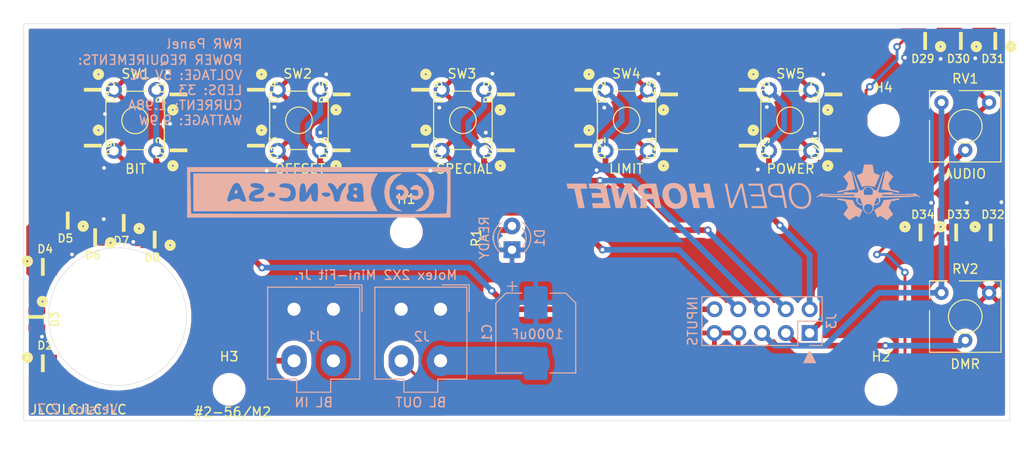
<source format=kicad_pcb>
(kicad_pcb (version 20171130) (host pcbnew "(5.1.12-1-10_14)")
  (title_block (title "ABSIS NANO GENERAL I/O") (date 2017-12-26) (rev -) (company "F/A-18C SIMPIT") (comment 1 "JOHN STEENSEN"))
  (layers (0 F.Cu signal) (31 B.Cu signal) (34 B.Paste user hide) (35 F.Paste user hide) (36 B.SilkS user) (37 F.SilkS user) (38 B.Mask user hide) (39 F.Mask user hide) (44 Edge.Cuts user))
  (net 0 "")
  (net 1 GND)
  (net 2 "Net-(D1-Pad2)")
  (net 3 /SPECIAL_SW)
  (net 4 /OFFSET_SW)
  (net 5 /BIT_SW)
  (net 6 /LIMIT_SW)
  (net 7 /POWER_SW)
  (net 8 /BL_+5V)
  (net 9 /BL_DIN)
  (net 10 "Net-(D2-Pad1)")
  (net 11 "Net-(D3-Pad1)")
  (net 12 "Net-(D4-Pad1)")
  (net 13 "Net-(D5-Pad1)")
  (net 14 "Net-(D6-Pad1)")
  (net 15 "Net-(D7-Pad1)")
  (net 16 "Net-(D8-Pad1)")
  (net 17 /BL_DATA1)
  (net 18 "Net-(D10-Pad1)")
  (net 19 "Net-(D11-Pad1)")
  (net 20 "Net-(D12-Pad1)")
  (net 21 "Net-(D13-Pad1)")
  (net 22 "Net-(D14-Pad1)")
  (net 23 "Net-(D15-Pad1)")
  (net 24 "Net-(D16-Pad1)")
  (net 25 /BL_DATA2)
  (net 26 "Net-(D18-Pad1)")
  (net 27 "Net-(D19-Pad1)")
  (net 28 "Net-(D20-Pad1)")
  (net 29 "Net-(D21-Pad1)")
  (net 30 "Net-(D22-Pad1)")
  (net 31 "Net-(D23-Pad1)")
  (net 32 "Net-(D24-Pad1)")
  (net 33 "Net-(D26-Pad1)")
  (net 34 "Net-(D27-Pad1)")
  (net 35 "Net-(D28-Pad1)")
  (net 36 "Net-(D29-Pad1)")
  (net 37 "Net-(D30-Pad1)")
  (net 38 "Net-(D31-Pad1)")
  (net 39 "Net-(D32-Pad1)")
  (net 40 /BL_DOUT)
  (net 41 /A_DMR)
  (net 42 /A_AUDIO)
  (net 43 +5V)
  (net 44 /BL_DATA3)
  (net 45 /BL_DATA4)
  (module Openhornet:WS2812-2020 (layer F.Cu) (at 222.620608 103.894084 180)
    (fp_text reference D34 (at 0 1.905) (layer F.SilkS) (effects (font (size 0.85 0.85))))
    (fp_text value LED hide)
    (pad 4 smd rect (at -0.915 0.55 180) (size 0.7 0.7) (layers F.Cu F.Paste F.Mask) (net 8 /BL_+5V))
    (pad 3 smd rect (at -0.915 -0.55 180) (size 0.7 0.7) (layers F.Cu F.Paste F.Mask) (net 45 /BL_DATA4))
    (pad 2 smd rect (at 0.915 -0.55 180) (size 0.7 0.7) (layers F.Cu F.Paste F.Mask) (net 1 GND))
    (pad 1 smd rect (at 0.915 0.55 180) (size 0.7 0.7) (layers F.Cu F.Paste F.Mask) (net 40 /BL_DOUT))
  )
  (module Openhornet:WS2812-2020 (layer F.Cu) (at 226.430608 103.894084 180)
    (fp_text reference D33 (at 0 1.905) (layer F.SilkS) (effects (font (size 0.85 0.85))))
    (fp_text value LED hide)
    (pad 4 smd rect (at -0.915 0.55 180) (size 0.7 0.7) (layers F.Cu F.Paste F.Mask) (net 8 /BL_+5V))
    (pad 3 smd rect (at -0.915 -0.55 180) (size 0.7 0.7) (layers F.Cu F.Paste F.Mask) (net 39 "Net-(D32-Pad1)"))
    (pad 2 smd rect (at 0.915 -0.55 180) (size 0.7 0.7) (layers F.Cu F.Paste F.Mask) (net 1 GND))
    (pad 1 smd rect (at 0.915 0.55 180) (size 0.7 0.7) (layers F.Cu F.Paste F.Mask) (net 45 /BL_DATA4))
  )
  (module Openhornet:WS2812-2020 (layer F.Cu) (at 230.10363 103.894084 180)
    (fp_text reference D32 (at 0 1.905) (layer F.SilkS) (effects (font (size 0.85 0.85))))
    (fp_text value LED hide)
    (pad 4 smd rect (at -0.915 0.55 180) (size 0.7 0.7) (layers F.Cu F.Paste F.Mask) (net 8 /BL_+5V))
    (pad 3 smd rect (at -0.915 -0.55 180) (size 0.7 0.7) (layers F.Cu F.Paste F.Mask) (net 38 "Net-(D31-Pad1)"))
    (pad 2 smd rect (at 0.915 -0.55 180) (size 0.7 0.7) (layers F.Cu F.Paste F.Mask) (net 1 GND))
    (pad 1 smd rect (at 0.915 0.55 180) (size 0.7 0.7) (layers F.Cu F.Paste F.Mask) (net 39 "Net-(D32-Pad1)"))
  )
  (module Openhornet:WS2812-2020 (layer F.Cu) (at 230.10363 83.447084)
    (fp_text reference D31 (at 0 1.905) (layer F.SilkS) (effects (font (size 0.85 0.85))))
    (fp_text value LED hide)
    (pad 4 smd rect (at -0.915 0.55) (size 0.7 0.7) (layers F.Cu F.Paste F.Mask) (net 8 /BL_+5V))
    (pad 3 smd rect (at -0.915 -0.55) (size 0.7 0.7) (layers F.Cu F.Paste F.Mask) (net 37 "Net-(D30-Pad1)"))
    (pad 2 smd rect (at 0.915 -0.55) (size 0.7 0.7) (layers F.Cu F.Paste F.Mask) (net 1 GND))
    (pad 1 smd rect (at 0.915 0.55) (size 0.7 0.7) (layers F.Cu F.Paste F.Mask) (net 38 "Net-(D31-Pad1)"))
  )
  (module Openhornet:WS2812-2020 (layer F.Cu) (at 226.430608 83.447084)
    (fp_text reference D30 (at 0 1.905) (layer F.SilkS) (effects (font (size 0.85 0.85))))
    (fp_text value LED hide)
    (pad 4 smd rect (at -0.915 0.55) (size 0.7 0.7) (layers F.Cu F.Paste F.Mask) (net 8 /BL_+5V))
    (pad 3 smd rect (at -0.915 -0.55) (size 0.7 0.7) (layers F.Cu F.Paste F.Mask) (net 36 "Net-(D29-Pad1)"))
    (pad 2 smd rect (at 0.915 -0.55) (size 0.7 0.7) (layers F.Cu F.Paste F.Mask) (net 1 GND))
    (pad 1 smd rect (at 0.915 0.55) (size 0.7 0.7) (layers F.Cu F.Paste F.Mask) (net 37 "Net-(D30-Pad1)"))
  )
  (module Openhornet:WS2812-2020 (layer F.Cu) (at 222.620608 83.447084)
    (fp_text reference D29 (at 0 1.905) (layer F.SilkS) (effects (font (size 0.85 0.85))))
    (fp_text value LED hide)
    (pad 4 smd rect (at -0.915 0.55) (size 0.7 0.7) (layers F.Cu F.Paste F.Mask) (net 8 /BL_+5V))
    (pad 3 smd rect (at -0.915 -0.55) (size 0.7 0.7) (layers F.Cu F.Paste F.Mask) (net 35 "Net-(D28-Pad1)"))
    (pad 2 smd rect (at 0.915 -0.55) (size 0.7 0.7) (layers F.Cu F.Paste F.Mask) (net 1 GND))
    (pad 1 smd rect (at 0.915 0.55) (size 0.7 0.7) (layers F.Cu F.Paste F.Mask) (net 36 "Net-(D29-Pad1)"))
  )
  (module Openhornet:WS2812-2020 (layer F.Cu) (at 213.08563 94.877084 270)
    (fp_text reference D28 (at 0 1.905 90) (layer F.SilkS) (effects (font (size 0.85 0.85))))
    (fp_text value LED hide)
    (pad 4 smd rect (at -0.915 0.55 270) (size 0.7 0.7) (layers F.Cu F.Paste F.Mask) (net 8 /BL_+5V))
    (pad 3 smd rect (at -0.915 -0.55 270) (size 0.7 0.7) (layers F.Cu F.Paste F.Mask) (net 34 "Net-(D27-Pad1)"))
    (pad 2 smd rect (at 0.915 -0.55 270) (size 0.7 0.7) (layers F.Cu F.Paste F.Mask) (net 1 GND))
    (pad 1 smd rect (at 0.915 0.55 270) (size 0.7 0.7) (layers F.Cu F.Paste F.Mask) (net 35 "Net-(D28-Pad1)"))
  )
  (module Openhornet:WS2812-2020 (layer F.Cu) (at 213.08563 88.908084 270)
    (fp_text reference D27 (at 0 1.905 90) (layer F.SilkS) (effects (font (size 0.85 0.85))))
    (fp_text value LED hide)
    (pad 4 smd rect (at -0.915 0.55 270) (size 0.7 0.7) (layers F.Cu F.Paste F.Mask) (net 8 /BL_+5V))
    (pad 3 smd rect (at -0.915 -0.55 270) (size 0.7 0.7) (layers F.Cu F.Paste F.Mask) (net 33 "Net-(D26-Pad1)"))
    (pad 2 smd rect (at 0.915 -0.55 270) (size 0.7 0.7) (layers F.Cu F.Paste F.Mask) (net 1 GND))
    (pad 1 smd rect (at 0.915 0.55 270) (size 0.7 0.7) (layers F.Cu F.Paste F.Mask) (net 34 "Net-(D27-Pad1)"))
  )
  (module Openhornet:WS2812-2020 (layer F.Cu) (at 203.94163 88.908084 90)
    (fp_text reference D26 (at 0 1.905 90) (layer F.SilkS) (effects (font (size 0.85 0.85))))
    (fp_text value LED hide)
    (pad 4 smd rect (at -0.915 0.55 90) (size 0.7 0.7) (layers F.Cu F.Paste F.Mask) (net 8 /BL_+5V))
    (pad 3 smd rect (at -0.915 -0.55 90) (size 0.7 0.7) (layers F.Cu F.Paste F.Mask) (net 44 /BL_DATA3))
    (pad 2 smd rect (at 0.915 -0.55 90) (size 0.7 0.7) (layers F.Cu F.Paste F.Mask) (net 1 GND))
    (pad 1 smd rect (at 0.915 0.55 90) (size 0.7 0.7) (layers F.Cu F.Paste F.Mask) (net 33 "Net-(D26-Pad1)"))
  )
  (module Openhornet:WS2812-2020 (layer F.Cu) (at 203.94163 94.877084 90)
    (fp_text reference D25 (at 0 1.905 90) (layer F.SilkS) (effects (font (size 0.85 0.85))))
    (fp_text value LED hide)
    (pad 4 smd rect (at -0.915 0.55 90) (size 0.7 0.7) (layers F.Cu F.Paste F.Mask) (net 8 /BL_+5V))
    (pad 3 smd rect (at -0.915 -0.55 90) (size 0.7 0.7) (layers F.Cu F.Paste F.Mask) (net 32 "Net-(D24-Pad1)"))
    (pad 2 smd rect (at 0.915 -0.55 90) (size 0.7 0.7) (layers F.Cu F.Paste F.Mask) (net 1 GND))
    (pad 1 smd rect (at 0.915 0.55 90) (size 0.7 0.7) (layers F.Cu F.Paste F.Mask) (net 44 /BL_DATA3))
  )
  (module Openhornet:WS2812-2020 (layer F.Cu) (at 195.55963 94.877084 270)
    (fp_text reference D24 (at 0 1.905 90) (layer F.SilkS) (effects (font (size 0.85 0.85))))
    (fp_text value LED hide)
    (pad 4 smd rect (at -0.915 0.55 270) (size 0.7 0.7) (layers F.Cu F.Paste F.Mask) (net 8 /BL_+5V))
    (pad 3 smd rect (at -0.915 -0.55 270) (size 0.7 0.7) (layers F.Cu F.Paste F.Mask) (net 31 "Net-(D23-Pad1)"))
    (pad 2 smd rect (at 0.915 -0.55 270) (size 0.7 0.7) (layers F.Cu F.Paste F.Mask) (net 1 GND))
    (pad 1 smd rect (at 0.915 0.55 270) (size 0.7 0.7) (layers F.Cu F.Paste F.Mask) (net 32 "Net-(D24-Pad1)"))
  )
  (module Openhornet:WS2812-2020 (layer F.Cu) (at 195.55963 88.908084 270)
    (fp_text reference D23 (at 0 1.905 90) (layer F.SilkS) (effects (font (size 0.85 0.85))))
    (fp_text value LED hide)
    (pad 4 smd rect (at -0.915 0.55 270) (size 0.7 0.7) (layers F.Cu F.Paste F.Mask) (net 8 /BL_+5V))
    (pad 3 smd rect (at -0.915 -0.55 270) (size 0.7 0.7) (layers F.Cu F.Paste F.Mask) (net 30 "Net-(D22-Pad1)"))
    (pad 2 smd rect (at 0.915 -0.55 270) (size 0.7 0.7) (layers F.Cu F.Paste F.Mask) (net 1 GND))
    (pad 1 smd rect (at 0.915 0.55 270) (size 0.7 0.7) (layers F.Cu F.Paste F.Mask) (net 31 "Net-(D23-Pad1)"))
  )
  (module Openhornet:WS2812-2020 (layer F.Cu) (at 186.41563 88.908084 90)
    (fp_text reference D22 (at 0 1.905 90) (layer F.SilkS) (effects (font (size 0.85 0.85))))
    (fp_text value LED hide)
    (pad 4 smd rect (at -0.915 0.55 90) (size 0.7 0.7) (layers F.Cu F.Paste F.Mask) (net 8 /BL_+5V))
    (pad 3 smd rect (at -0.915 -0.55 90) (size 0.7 0.7) (layers F.Cu F.Paste F.Mask) (net 29 "Net-(D21-Pad1)"))
    (pad 2 smd rect (at 0.915 -0.55 90) (size 0.7 0.7) (layers F.Cu F.Paste F.Mask) (net 1 GND))
    (pad 1 smd rect (at 0.915 0.55 90) (size 0.7 0.7) (layers F.Cu F.Paste F.Mask) (net 30 "Net-(D22-Pad1)"))
  )
  (module Openhornet:WS2812-2020 (layer F.Cu) (at 186.41563 94.877084 90)
    (fp_text reference D21 (at 0 1.905 90) (layer F.SilkS) (effects (font (size 0.85 0.85))))
    (fp_text value LED hide)
    (pad 4 smd rect (at -0.915 0.55 90) (size 0.7 0.7) (layers F.Cu F.Paste F.Mask) (net 8 /BL_+5V))
    (pad 3 smd rect (at -0.915 -0.55 90) (size 0.7 0.7) (layers F.Cu F.Paste F.Mask) (net 28 "Net-(D20-Pad1)"))
    (pad 2 smd rect (at 0.915 -0.55 90) (size 0.7 0.7) (layers F.Cu F.Paste F.Mask) (net 1 GND))
    (pad 1 smd rect (at 0.915 0.55 90) (size 0.7 0.7) (layers F.Cu F.Paste F.Mask) (net 29 "Net-(D21-Pad1)"))
  )
  (module Openhornet:WS2812-2020 (layer F.Cu) (at 178.16063 94.877084 270)
    (fp_text reference D20 (at 0 1.905 90) (layer F.SilkS) (effects (font (size 0.85 0.85))))
    (fp_text value LED hide)
    (pad 4 smd rect (at -0.915 0.55 270) (size 0.7 0.7) (layers F.Cu F.Paste F.Mask) (net 8 /BL_+5V))
    (pad 3 smd rect (at -0.915 -0.55 270) (size 0.7 0.7) (layers F.Cu F.Paste F.Mask) (net 27 "Net-(D19-Pad1)"))
    (pad 2 smd rect (at 0.915 -0.55 270) (size 0.7 0.7) (layers F.Cu F.Paste F.Mask) (net 1 GND))
    (pad 1 smd rect (at 0.915 0.55 270) (size 0.7 0.7) (layers F.Cu F.Paste F.Mask) (net 28 "Net-(D20-Pad1)"))
  )
  (module Openhornet:WS2812-2020 (layer F.Cu) (at 178.16063 88.908084 270)
    (fp_text reference D19 (at 0 1.905 90) (layer F.SilkS) (effects (font (size 0.85 0.85))))
    (fp_text value LED hide)
    (pad 4 smd rect (at -0.915 0.55 270) (size 0.7 0.7) (layers F.Cu F.Paste F.Mask) (net 8 /BL_+5V))
    (pad 3 smd rect (at -0.915 -0.55 270) (size 0.7 0.7) (layers F.Cu F.Paste F.Mask) (net 26 "Net-(D18-Pad1)"))
    (pad 2 smd rect (at 0.915 -0.55 270) (size 0.7 0.7) (layers F.Cu F.Paste F.Mask) (net 1 GND))
    (pad 1 smd rect (at 0.915 0.55 270) (size 0.7 0.7) (layers F.Cu F.Paste F.Mask) (net 27 "Net-(D19-Pad1)"))
  )
  (module Openhornet:WS2812-2020 (layer F.Cu) (at 169.01663 88.908084 90)
    (fp_text reference D18 (at 0 1.905 90) (layer F.SilkS) (effects (font (size 0.85 0.85))))
    (fp_text value LED hide)
    (pad 4 smd rect (at -0.915 0.55 90) (size 0.7 0.7) (layers F.Cu F.Paste F.Mask) (net 8 /BL_+5V))
    (pad 3 smd rect (at -0.915 -0.55 90) (size 0.7 0.7) (layers F.Cu F.Paste F.Mask) (net 25 /BL_DATA2))
    (pad 2 smd rect (at 0.915 -0.55 90) (size 0.7 0.7) (layers F.Cu F.Paste F.Mask) (net 1 GND))
    (pad 1 smd rect (at 0.915 0.55 90) (size 0.7 0.7) (layers F.Cu F.Paste F.Mask) (net 26 "Net-(D18-Pad1)"))
  )
  (module Openhornet:WS2812-2020 (layer F.Cu) (at 169.01663 94.877084 90)
    (fp_text reference D17 (at 0 1.905 90) (layer F.SilkS) (effects (font (size 0.85 0.85))))
    (fp_text value LED hide)
    (pad 4 smd rect (at -0.915 0.55 90) (size 0.7 0.7) (layers F.Cu F.Paste F.Mask) (net 8 /BL_+5V))
    (pad 3 smd rect (at -0.915 -0.55 90) (size 0.7 0.7) (layers F.Cu F.Paste F.Mask) (net 24 "Net-(D16-Pad1)"))
    (pad 2 smd rect (at 0.915 -0.55 90) (size 0.7 0.7) (layers F.Cu F.Paste F.Mask) (net 1 GND))
    (pad 1 smd rect (at 0.915 0.55 90) (size 0.7 0.7) (layers F.Cu F.Paste F.Mask) (net 25 /BL_DATA2))
  )
  (module Openhornet:WS2812-2020 (layer F.Cu) (at 160.63463 94.877084 270)
    (fp_text reference D16 (at 0 1.905 90) (layer F.SilkS) (effects (font (size 0.85 0.85))))
    (fp_text value LED hide)
    (pad 4 smd rect (at -0.915 0.55 270) (size 0.7 0.7) (layers F.Cu F.Paste F.Mask) (net 8 /BL_+5V))
    (pad 3 smd rect (at -0.915 -0.55 270) (size 0.7 0.7) (layers F.Cu F.Paste F.Mask) (net 23 "Net-(D15-Pad1)"))
    (pad 2 smd rect (at 0.915 -0.55 270) (size 0.7 0.7) (layers F.Cu F.Paste F.Mask) (net 1 GND))
    (pad 1 smd rect (at 0.915 0.55 270) (size 0.7 0.7) (layers F.Cu F.Paste F.Mask) (net 24 "Net-(D16-Pad1)"))
  )
  (module Openhornet:WS2812-2020 (layer F.Cu) (at 160.63463 88.908084 270)
    (fp_text reference D15 (at 0 1.905 90) (layer F.SilkS) (effects (font (size 0.85 0.85))))
    (fp_text value LED hide)
    (pad 4 smd rect (at -0.915 0.55 270) (size 0.7 0.7) (layers F.Cu F.Paste F.Mask) (net 8 /BL_+5V))
    (pad 3 smd rect (at -0.915 -0.55 270) (size 0.7 0.7) (layers F.Cu F.Paste F.Mask) (net 22 "Net-(D14-Pad1)"))
    (pad 2 smd rect (at 0.915 -0.55 270) (size 0.7 0.7) (layers F.Cu F.Paste F.Mask) (net 1 GND))
    (pad 1 smd rect (at 0.915 0.55 270) (size 0.7 0.7) (layers F.Cu F.Paste F.Mask) (net 23 "Net-(D15-Pad1)"))
  )
  (module Openhornet:WS2812-2020 (layer F.Cu) (at 151.49063 88.908084 90)
    (fp_text reference D14 (at 0 1.905 90) (layer F.SilkS) (effects (font (size 0.85 0.85))))
    (fp_text value LED hide)
    (pad 4 smd rect (at -0.915 0.55 90) (size 0.7 0.7) (layers F.Cu F.Paste F.Mask) (net 8 /BL_+5V))
    (pad 3 smd rect (at -0.915 -0.55 90) (size 0.7 0.7) (layers F.Cu F.Paste F.Mask) (net 21 "Net-(D13-Pad1)"))
    (pad 2 smd rect (at 0.915 -0.55 90) (size 0.7 0.7) (layers F.Cu F.Paste F.Mask) (net 1 GND))
    (pad 1 smd rect (at 0.915 0.55 90) (size 0.7 0.7) (layers F.Cu F.Paste F.Mask) (net 22 "Net-(D14-Pad1)"))
  )
  (module Openhornet:WS2812-2020 (layer F.Cu) (at 151.49063 94.877084 90)
    (fp_text reference D13 (at 0 1.905 90) (layer F.SilkS) (effects (font (size 0.85 0.85))))
    (fp_text value LED hide)
    (pad 4 smd rect (at -0.915 0.55 90) (size 0.7 0.7) (layers F.Cu F.Paste F.Mask) (net 8 /BL_+5V))
    (pad 3 smd rect (at -0.915 -0.55 90) (size 0.7 0.7) (layers F.Cu F.Paste F.Mask) (net 20 "Net-(D12-Pad1)"))
    (pad 2 smd rect (at 0.915 -0.55 90) (size 0.7 0.7) (layers F.Cu F.Paste F.Mask) (net 1 GND))
    (pad 1 smd rect (at 0.915 0.55 90) (size 0.7 0.7) (layers F.Cu F.Paste F.Mask) (net 21 "Net-(D13-Pad1)"))
  )
  (module Openhornet:WS2812-2020 (layer F.Cu) (at 143.23563 94.877084 270)
    (fp_text reference D12 (at 0 1.905 90) (layer F.SilkS) (effects (font (size 0.85 0.85))))
    (fp_text value LED hide)
    (pad 4 smd rect (at -0.915 0.55 270) (size 0.7 0.7) (layers F.Cu F.Paste F.Mask) (net 8 /BL_+5V))
    (pad 3 smd rect (at -0.915 -0.55 270) (size 0.7 0.7) (layers F.Cu F.Paste F.Mask) (net 19 "Net-(D11-Pad1)"))
    (pad 2 smd rect (at 0.915 -0.55 270) (size 0.7 0.7) (layers F.Cu F.Paste F.Mask) (net 1 GND))
    (pad 1 smd rect (at 0.915 0.55 270) (size 0.7 0.7) (layers F.Cu F.Paste F.Mask) (net 20 "Net-(D12-Pad1)"))
  )
  (module Openhornet:WS2812-2020 (layer F.Cu) (at 143.23563 88.908084 270)
    (fp_text reference D11 (at 0 1.905 90) (layer F.SilkS) (effects (font (size 0.85 0.85))))
    (fp_text value LED hide)
    (pad 4 smd rect (at -0.915 0.55 270) (size 0.7 0.7) (layers F.Cu F.Paste F.Mask) (net 8 /BL_+5V))
    (pad 3 smd rect (at -0.915 -0.55 270) (size 0.7 0.7) (layers F.Cu F.Paste F.Mask) (net 18 "Net-(D10-Pad1)"))
    (pad 2 smd rect (at 0.915 -0.55 270) (size 0.7 0.7) (layers F.Cu F.Paste F.Mask) (net 1 GND))
    (pad 1 smd rect (at 0.915 0.55 270) (size 0.7 0.7) (layers F.Cu F.Paste F.Mask) (net 19 "Net-(D11-Pad1)"))
  )
  (module Openhornet:WS2812-2020 (layer F.Cu) (at 134.09163 88.908084 90)
    (fp_text reference D10 (at 0 1.905 90) (layer F.SilkS) (effects (font (size 0.85 0.85))))
    (fp_text value LED hide)
    (pad 4 smd rect (at -0.915 0.55 90) (size 0.7 0.7) (layers F.Cu F.Paste F.Mask) (net 8 /BL_+5V))
    (pad 3 smd rect (at -0.915 -0.55 90) (size 0.7 0.7) (layers F.Cu F.Paste F.Mask) (net 17 /BL_DATA1))
    (pad 2 smd rect (at 0.915 -0.55 90) (size 0.7 0.7) (layers F.Cu F.Paste F.Mask) (net 1 GND))
    (pad 1 smd rect (at 0.915 0.55 90) (size 0.7 0.7) (layers F.Cu F.Paste F.Mask) (net 18 "Net-(D10-Pad1)"))
  )
  (module Openhornet:WS2812-2020 (layer F.Cu) (at 134.09163 94.877084 90)
    (fp_text reference D9 (at 0 1.905 90) (layer F.SilkS) (effects (font (size 0.85 0.85))))
    (fp_text value LED hide)
    (pad 4 smd rect (at -0.915 0.55 90) (size 0.7 0.7) (layers F.Cu F.Paste F.Mask) (net 8 /BL_+5V))
    (pad 3 smd rect (at -0.915 -0.55 90) (size 0.7 0.7) (layers F.Cu F.Paste F.Mask) (net 16 "Net-(D8-Pad1)"))
    (pad 2 smd rect (at 0.915 -0.55 90) (size 0.7 0.7) (layers F.Cu F.Paste F.Mask) (net 1 GND))
    (pad 1 smd rect (at 0.915 0.55 90) (size 0.7 0.7) (layers F.Cu F.Paste F.Mask) (net 17 /BL_DATA1))
  )
  (module Openhornet:WS2812-2020 (layer F.Cu) (at 140.44163 104.656084)
    (fp_text reference D8 (at 0 1.905) (layer F.SilkS) (effects (font (size 0.85 0.85))))
    (fp_text value LED hide)
    (pad 4 smd rect (at -0.915 0.55) (size 0.7 0.7) (layers F.Cu F.Paste F.Mask) (net 8 /BL_+5V))
    (pad 3 smd rect (at -0.915 -0.55) (size 0.7 0.7) (layers F.Cu F.Paste F.Mask) (net 15 "Net-(D7-Pad1)"))
    (pad 2 smd rect (at 0.915 -0.55) (size 0.7 0.7) (layers F.Cu F.Paste F.Mask) (net 1 GND))
    (pad 1 smd rect (at 0.915 0.55) (size 0.7 0.7) (layers F.Cu F.Paste F.Mask) (net 16 "Net-(D8-Pad1)"))
  )
  (module Openhornet:WS2812-2020 (layer F.Cu) (at 137.13963 102.878084)
    (fp_text reference D7 (at 0 1.905) (layer F.SilkS) (effects (font (size 0.85 0.85))))
    (fp_text value LED hide)
    (pad 4 smd rect (at -0.915 0.55) (size 0.7 0.7) (layers F.Cu F.Paste F.Mask) (net 8 /BL_+5V))
    (pad 3 smd rect (at -0.915 -0.55) (size 0.7 0.7) (layers F.Cu F.Paste F.Mask) (net 14 "Net-(D6-Pad1)"))
    (pad 2 smd rect (at 0.915 -0.55) (size 0.7 0.7) (layers F.Cu F.Paste F.Mask) (net 1 GND))
    (pad 1 smd rect (at 0.915 0.55) (size 0.7 0.7) (layers F.Cu F.Paste F.Mask) (net 15 "Net-(D7-Pad1)"))
  )
  (module Openhornet:WS2812-2020 (layer F.Cu) (at 134.09163 104.402084)
    (fp_text reference D6 (at 0 1.905) (layer F.SilkS) (effects (font (size 0.85 0.85))))
    (fp_text value LED hide)
    (pad 4 smd rect (at -0.915 0.55) (size 0.7 0.7) (layers F.Cu F.Paste F.Mask) (net 8 /BL_+5V))
    (pad 3 smd rect (at -0.915 -0.55) (size 0.7 0.7) (layers F.Cu F.Paste F.Mask) (net 13 "Net-(D5-Pad1)"))
    (pad 2 smd rect (at 0.915 -0.55) (size 0.7 0.7) (layers F.Cu F.Paste F.Mask) (net 1 GND))
    (pad 1 smd rect (at 0.915 0.55) (size 0.7 0.7) (layers F.Cu F.Paste F.Mask) (net 14 "Net-(D6-Pad1)"))
  )
  (module Openhornet:WS2812-2020 (layer F.Cu) (at 131.17063 102.624084)
    (fp_text reference D5 (at 0 1.905) (layer F.SilkS) (effects (font (size 0.85 0.85))))
    (fp_text value LED hide)
    (pad 4 smd rect (at -0.915 0.55) (size 0.7 0.7) (layers F.Cu F.Paste F.Mask) (net 8 /BL_+5V))
    (pad 3 smd rect (at -0.915 -0.55) (size 0.7 0.7) (layers F.Cu F.Paste F.Mask) (net 12 "Net-(D4-Pad1)"))
    (pad 2 smd rect (at 0.915 -0.55) (size 0.7 0.7) (layers F.Cu F.Paste F.Mask) (net 1 GND))
    (pad 1 smd rect (at 0.915 0.55) (size 0.7 0.7) (layers F.Cu F.Paste F.Mask) (net 13 "Net-(D5-Pad1)"))
  )
  (module Openhornet:WS2812-2020 (layer F.Cu) (at 129.01163 107.577084 180)
    (fp_text reference D4 (at 0 1.905) (layer F.SilkS) (effects (font (size 0.85 0.85))))
    (fp_text value LED hide)
    (pad 4 smd rect (at -0.915 0.55 180) (size 0.7 0.7) (layers F.Cu F.Paste F.Mask) (net 8 /BL_+5V))
    (pad 3 smd rect (at -0.915 -0.55 180) (size 0.7 0.7) (layers F.Cu F.Paste F.Mask) (net 11 "Net-(D3-Pad1)"))
    (pad 2 smd rect (at 0.915 -0.55 180) (size 0.7 0.7) (layers F.Cu F.Paste F.Mask) (net 1 GND))
    (pad 1 smd rect (at 0.915 0.55 180) (size 0.7 0.7) (layers F.Cu F.Paste F.Mask) (net 12 "Net-(D4-Pad1)"))
  )
  (module Openhornet:WS2812-2020 (layer F.Cu) (at 128.12263 113.165084 90)
    (fp_text reference D3 (at 0 1.905 90) (layer F.SilkS) (effects (font (size 0.85 0.85))))
    (fp_text value LED hide)
    (pad 4 smd rect (at -0.915 0.55 90) (size 0.7 0.7) (layers F.Cu F.Paste F.Mask) (net 8 /BL_+5V))
    (pad 3 smd rect (at -0.915 -0.55 90) (size 0.7 0.7) (layers F.Cu F.Paste F.Mask) (net 10 "Net-(D2-Pad1)"))
    (pad 2 smd rect (at 0.915 -0.55 90) (size 0.7 0.7) (layers F.Cu F.Paste F.Mask) (net 1 GND))
    (pad 1 smd rect (at 0.915 0.55 90) (size 0.7 0.7) (layers F.Cu F.Paste F.Mask) (net 11 "Net-(D3-Pad1)"))
  )
  (module Openhornet:WS2812-2020 (layer F.Cu) (at 129.01163 117.864084 180)
    (fp_text reference D2 (at 0 1.905) (layer F.SilkS) (effects (font (size 0.85 0.85))))
    (fp_text value LED hide)
    (pad 4 smd rect (at -0.915 0.55 180) (size 0.7 0.7) (layers F.Cu F.Paste F.Mask) (net 8 /BL_+5V))
    (pad 3 smd rect (at -0.915 -0.55 180) (size 0.7 0.7) (layers F.Cu F.Paste F.Mask) (net 9 /BL_DIN))
    (pad 2 smd rect (at 0.915 -0.55 180) (size 0.7 0.7) (layers F.Cu F.Paste F.Mask) (net 1 GND))
    (pad 1 smd rect (at 0.915 0.55 180) (size 0.7 0.7) (layers F.Cu F.Paste F.Mask) (net 10 "Net-(D2-Pad1)"))
  )
  (module Openhornet:CC-BY-NC-SA-Small (layer B.Cu) (at 158.285608 99.615561 180)
    (fp_text reference G*** hide)
    (fp_text value LOGO hide)
  )
  (module Openhornet:OH_LOGO_37.7mm_5.9mm (layer B.Cu) (at 203.475608 99.617739 180)
    (fp_text reference G*** hide)
    (fp_text value LOGO hide)
  )
  (module Button_Switch_THT:SW_TH_Tactile_Omron_B3F-10xx (layer F.Cu) (at 206.22128 95.175535 90)
    (fp_text reference SW5 (at 8.225974 2.302328 180) (layer F.SilkS))
    (fp_text value POWER (at -1.934026 2.302328 180) (layer F.SilkS))
    (pad 1 thru_hole circle (at 0 0 90) (size 1.7 1.7) (drill 1) (layers *.Cu *.Mask) (net 7 /POWER_SW))
    (pad 2 thru_hole circle (at 6.5 0 90) (size 1.7 1.7) (drill 1) (layers *.Cu *.Mask) (net 7 /POWER_SW))
    (pad 3 thru_hole circle (at 0 4.5 90) (size 1.7 1.7) (drill 1) (layers *.Cu *.Mask) (net 1 GND))
    (pad 4 thru_hole circle (at 6.5 4.5 90) (size 1.7 1.7) (drill 1) (layers *.Cu *.Mask) (net 1 GND))
  )
  (module Button_Switch_THT:SW_TH_Tactile_Omron_B3F-10xx (layer F.Cu) (at 188.784181 95.175535 90)
    (fp_text reference SW4 (at 8.225974 2.213427 180) (layer F.SilkS))
    (fp_text value LIMIT (at -1.934026 2.213427 180) (layer F.SilkS))
    (pad 1 thru_hole circle (at 0 0 90) (size 1.7 1.7) (drill 1) (layers *.Cu *.Mask) (net 6 /LIMIT_SW))
    (pad 2 thru_hole circle (at 6.5 0 90) (size 1.7 1.7) (drill 1) (layers *.Cu *.Mask) (net 6 /LIMIT_SW))
    (pad 3 thru_hole circle (at 0 4.5 90) (size 1.7 1.7) (drill 1) (layers *.Cu *.Mask) (net 1 GND))
    (pad 4 thru_hole circle (at 6.5 4.5 90) (size 1.7 1.7) (drill 1) (layers *.Cu *.Mask) (net 1 GND))
  )
  (module Button_Switch_THT:SW_TH_Tactile_Omron_B3F-10xx (layer F.Cu) (at 175.817482 88.673135 270)
    (fp_text reference SW3 (at -1.723574 2.345874 180) (layer F.SilkS))
    (fp_text value SPECIAL (at 8.436426 2.091874 180) (layer F.SilkS))
    (pad 1 thru_hole circle (at 0 0 270) (size 1.7 1.7) (drill 1) (layers *.Cu *.Mask) (net 3 /SPECIAL_SW))
    (pad 2 thru_hole circle (at 6.5 0 270) (size 1.7 1.7) (drill 1) (layers *.Cu *.Mask) (net 3 /SPECIAL_SW))
    (pad 3 thru_hole circle (at 0 4.5 270) (size 1.7 1.7) (drill 1) (layers *.Cu *.Mask) (net 1 GND))
    (pad 4 thru_hole circle (at 6.5 4.5 270) (size 1.7 1.7) (drill 1) (layers *.Cu *.Mask) (net 1 GND))
  )
  (module Button_Switch_THT:SW_TH_Tactile_Omron_B3F-10xx (layer F.Cu) (at 158.329581 88.673135 270)
    (fp_text reference SW2 (at -1.723574 2.383973 180) (layer F.SilkS))
    (fp_text value OFFSET (at 8.436426 2.129973 180) (layer F.SilkS))
    (pad 1 thru_hole circle (at 0 0 270) (size 1.7 1.7) (drill 1) (layers *.Cu *.Mask) (net 4 /OFFSET_SW))
    (pad 2 thru_hole circle (at 6.5 0 270) (size 1.7 1.7) (drill 1) (layers *.Cu *.Mask) (net 4 /OFFSET_SW))
    (pad 3 thru_hole circle (at 0 4.5 270) (size 1.7 1.7) (drill 1) (layers *.Cu *.Mask) (net 1 GND))
    (pad 4 thru_hole circle (at 6.5 4.5 270) (size 1.7 1.7) (drill 1) (layers *.Cu *.Mask) (net 1 GND))
  )
  (module Button_Switch_THT:SW_TH_Tactile_Omron_B3F-10xx (layer F.Cu) (at 140.854381 88.685835 270)
    (fp_text reference SW1 (at -1.736274 2.180773 180) (layer F.SilkS))
    (fp_text value BIT (at 8.423726 2.180773 180) (layer F.SilkS))
    (pad 1 thru_hole circle (at 0 0 270) (size 1.7 1.7) (drill 1) (layers *.Cu *.Mask) (net 5 /BIT_SW))
    (pad 2 thru_hole circle (at 6.5 0 270) (size 1.7 1.7) (drill 1) (layers *.Cu *.Mask) (net 5 /BIT_SW))
    (pad 3 thru_hole circle (at 0 4.5 270) (size 1.7 1.7) (drill 1) (layers *.Cu *.Mask) (net 1 GND))
    (pad 4 thru_hole circle (at 6.5 4.5 270) (size 1.7 1.7) (drill 1) (layers *.Cu *.Mask) (net 1 GND))
  )
  (module "KiCAD Libraries:Bourns_3310Y" (layer F.Cu) (at 227.150881 112.879335)
    (fp_text reference RV2 (at 0 -5.08) (layer F.SilkS))
    (fp_text value DMR (at 0 5.08) (layer F.SilkS))
    (pad 3 thru_hole circle (at 2.54 -2.54) (size 1.524 1.524) (drill 0.762) (layers *.Cu *.Mask) (net 1 GND))
    (pad 2 thru_hole circle (at 0 2.54) (size 1.524 1.524) (drill 0.762) (layers *.Cu *.Mask) (net 41 /A_DMR))
    (pad 1 thru_hole circle (at -2.54 -2.54) (size 1.524 1.524) (drill 0.762) (layers *.Cu *.Mask) (net 43 +5V))
  )
  (module "KiCAD Libraries:Bourns_3310Y" (layer F.Cu) (at 227.150881 92.559335)
    (fp_text reference RV1 (at 0 -5.08) (layer F.SilkS))
    (fp_text value AUDIO (at 0 5.08) (layer F.SilkS))
    (pad 3 thru_hole circle (at 2.54 -2.54) (size 1.524 1.524) (drill 0.762) (layers *.Cu *.Mask) (net 1 GND))
    (pad 2 thru_hole circle (at 0 2.54) (size 1.524 1.524) (drill 0.762) (layers *.Cu *.Mask) (net 42 /A_AUDIO))
    (pad 1 thru_hole circle (at -2.54 -2.54) (size 1.524 1.524) (drill 0.762) (layers *.Cu *.Mask) (net 43 +5V))
  )
  (module Resistor_SMD:R_0603_1608Metric (layer F.Cu) (at 176.265608 104.475561 270)
    (fp_text reference R1 (at 0 1.27 90) (layer F.SilkS))
    (fp_text value R)
    (pad 2 smd roundrect (at 0.825 0 270) (size 0.8 0.95) (layers F.Cu F.Paste F.Mask) (net 1 GND))
    (pad 1 smd roundrect (at -0.825 0 270) (size 0.8 0.95) (layers F.Cu F.Paste F.Mask) (net 2 "Net-(D1-Pad2)"))
  )
  (module Connector_PinHeader_2.54mm:PinHeader_2x05_P2.54mm_Vertical (layer B.Cu) (at 210.555608 114.635561 90)
    (fp_text reference J3 (at 1.27 2.33 90) (layer B.SilkS) (effects (justify mirror)))
    (fp_text value INPUTS (at 1.27 -12.49 90) (layer B.SilkS) (effects (justify mirror)))
    (pad 10 thru_hole oval (at 2.54 -10.16 90) (size 1.7 1.7) (drill 1) (layers *.Cu *.Mask) (net 5 /BIT_SW))
    (pad 9 thru_hole oval (at 0 -10.16 90) (size 1.7 1.7) (drill 1) (layers *.Cu *.Mask) (net 1 GND))
    (pad 8 thru_hole oval (at 2.54 -7.62 90) (size 1.7 1.7) (drill 1) (layers *.Cu *.Mask) (net 4 /OFFSET_SW))
    (pad 7 thru_hole oval (at 0 -7.62 90) (size 1.7 1.7) (drill 1) (layers *.Cu *.Mask) (net 1 GND))
    (pad 6 thru_hole oval (at 2.54 -5.08 90) (size 1.7 1.7) (drill 1) (layers *.Cu *.Mask) (net 3 /SPECIAL_SW))
    (pad 5 thru_hole oval (at 0 -5.08 90) (size 1.7 1.7) (drill 1) (layers *.Cu *.Mask) (net 43 +5V))
    (pad 4 thru_hole oval (at 2.54 -2.54 90) (size 1.7 1.7) (drill 1) (layers *.Cu *.Mask) (net 6 /LIMIT_SW))
    (pad 3 thru_hole oval (at 0 -2.54 90) (size 1.7 1.7) (drill 1) (layers *.Cu *.Mask) (net 41 /A_DMR))
    (pad 2 thru_hole oval (at 2.54 0 90) (size 1.7 1.7) (drill 1) (layers *.Cu *.Mask) (net 7 /POWER_SW))
    (pad 1 thru_hole rect (at 0 0 90) (size 1.7 1.7) (drill 1) (layers *.Cu *.Mask) (net 42 /A_AUDIO))
  )
  (module Connector_Molex:Molex_Mini-Fit_Jr_5566-04A_2x02_P4.20mm_Vertical (layer B.Cu) (at 171.185608 112.095561 180)
    (fp_text reference J2 (at 1.99 -2.93) (layer B.SilkS) (effects (justify mirror)))
    (fp_text value "BL OUT" (at 2.1 -9.95) (layer B.SilkS) (effects (justify mirror)))
    (pad 4 thru_hole oval (at 4.2 -5.5 180) (size 2.7 3.3) (drill 1.4) (layers *.Cu *.Mask) (net 40 /BL_DOUT))
    (pad 3 thru_hole oval (at 0 -5.5 180) (size 2.7 3.3) (drill 1.4) (layers *.Cu *.Mask) (net 1 GND))
    (pad 2 thru_hole oval (at 4.2 0 180) (size 2.7 3.3) (drill 1.4) (layers *.Cu *.Mask) (net 8 /BL_+5V))
    (pad 1 thru_hole roundrect (at 0 0 180) (size 2.7 3.3) (drill 1.4) (layers *.Cu *.Mask) (roundrect_rratio 0.09259296296296296) (net 8 /BL_+5V))
  )
  (module Connector_Molex:Molex_Mini-Fit_Jr_5566-04A_2x02_P4.20mm_Vertical (layer B.Cu) (at 159.755608 112.095561 180)
    (fp_text reference J1 (at 1.98 -2.9) (layer B.SilkS) (effects (justify mirror)))
    (fp_text value "BL IN" (at 2.1 -9.95) (layer B.SilkS) (effects (justify mirror)))
    (pad 4 thru_hole oval (at 4.2 -5.5 180) (size 2.7 3.3) (drill 1.4) (layers *.Cu *.Mask) (net 9 /BL_DIN))
    (pad 3 thru_hole oval (at 0 -5.5 180) (size 2.7 3.3) (drill 1.4) (layers *.Cu *.Mask) (net 1 GND))
    (pad 2 thru_hole oval (at 4.2 0 180) (size 2.7 3.3) (drill 1.4) (layers *.Cu *.Mask) (net 8 /BL_+5V))
    (pad 1 thru_hole roundrect (at 0 0 180) (size 2.7 3.3) (drill 1.4) (layers *.Cu *.Mask) (roundrect_rratio 0.09259296296296296) (net 8 /BL_+5V))
  )
  (module MountingHole:MountingHole_2.5mm (layer F.Cu) (at 218.419631 91.924335)
    (fp_text reference H4 (at 0 -3.5) (layer F.SilkS))
    (fp_text value MountingHole)
    (pad 1 np_thru_hole circle (at 0 0) (size 2.5 2.5) (drill 2.5) (layers *.Cu *.Mask))
  )
  (module MountingHole:MountingHole_2.5mm (layer F.Cu) (at 148.633132 120.658084)
    (fp_text reference H3 (at 0 -3.5) (layer F.SilkS))
    (fp_text value MountingHole)
    (pad 1 np_thru_hole circle (at 0 0) (size 2.5 2.5) (drill 2.5) (layers *.Cu *.Mask))
  )
  (module MountingHole:MountingHole_2.5mm (layer F.Cu) (at 218.16563 120.658084)
    (fp_text reference H2 (at 0 -3.5) (layer F.SilkS))
    (fp_text value MountingHole)
    (pad 1 np_thru_hole circle (at 0 0) (size 2.5 2.5) (drill 2.5) (layers *.Cu *.Mask))
  )
  (module MountingHole:MountingHole_2.5mm (layer F.Cu) (at 167.533132 103.830585)
    (fp_text reference H1 (at 0 -3.5) (layer F.SilkS))
    (fp_text value MountingHole)
    (pad 1 np_thru_hole circle (at 0 0) (size 2.5 2.5) (drill 2.5) (layers *.Cu *.Mask))
  )
  (module LED_THT:LED_D3.0mm (layer B.Cu) (at 178.805608 105.745561 90)
    (fp_text reference D1 (at 1.27 2.96 90) (layer B.SilkS) (effects (justify mirror)))
    (fp_text value READY (at 1.27 -2.96 90) (layer B.SilkS) (effects (justify mirror)))
    (pad 2 thru_hole circle (at 2.54 0 90) (size 1.8 1.8) (drill 0.9) (layers *.Cu *.Mask) (net 2 "Net-(D1-Pad2)"))
    (pad 1 thru_hole rect (at 0 0 90) (size 1.8 1.8) (drill 0.9) (layers *.Cu *.Mask) (net 8 /BL_+5V))
  )
  (module Capacitor_SMD:CP_Elec_8x10 (layer B.Cu) (at 181.345608 114.635561 270)
    (fp_text reference C1 (at 0 5.2 270) (layer B.SilkS) (effects (justify mirror)))
    (fp_text value "1000 nF")
    (pad 2 smd roundrect (at 3.25 0 270) (size 3.5 2.5) (layers B.Cu B.Paste B.Mask) (roundrect_rratio 0.1) (net 1 GND))
    (pad 1 smd roundrect (at -3.25 0 270) (size 3.5 2.5) (layers B.Cu B.Paste B.Mask) (roundrect_rratio 0.1) (net 8 /BL_+5V))
  )
  (gr_text "POWER REQUIREMENTS:\nVOLTAGE: 5V DC\nLEDS: 33\nCURRENT: 1.98A\nWATTAGE: 9.9W" (at 150.135608 88.705561) (layer B.SilkS) (effects (font (size 1 1)) (justify left mirror)))
  (gr_text "RWR Panel" (at 146.005608 83.765561) (layer B.SilkS) (effects (font (size 1 1)) (justify mirror)))
  (gr_text "Molex 2X2 Mini-Fit Jr." (at 164.265608 108.445561) (layer B.SilkS) (effects (font (size 1 1)) (justify mirror)))
  (gr_text 1000uF (at 181.505608 114.765561) (layer B.SilkS) (effects (font (size 1 1)) (justify mirror)))
  (gr_circle (center 136.726882 112.879334) (end 144.076882 112.879334) (layer Edge.Cuts) (width 0.05))
  (gr_poly (pts (xy 211.190608 117.810561) (xy 209.920608 117.810561) (xy 210.555608 116.540561)) (layer B.SilkS) (width 0.1))
  (gr_text "#2-56/M2" (at 144.769608 123.081061) (layer F.SilkS) (effects (font (size 1 1)) (justify left)))
  (gr_line (start 126.735608 102.233108) (end 126.735608 123.991834) (layer Edge.Cuts) (width 0.05))
  (gr_line (start 231.913381 123.991834) (end 231.913381 81.615561) (layer Edge.Cuts) (width 0.05))
  (gr_line (start 126.735608 81.615561) (end 126.735608 102.233108) (layer Edge.Cuts) (width 0.05))
  (gr_line (start 231.913381 81.615561) (end 126.735608 81.615561) (layer Edge.Cuts) (width 0.05))
  (gr_line (start 126.735608 123.991834) (end 231.913381 123.991834) (layer Edge.Cuts) (width 0.05))
  (gr_text "Version 2.7" (at 132.45968 122.759935) (layer B.SilkS) (effects (font (size 1 1)) (justify mirror)))
  (gr_text JLCJLCJLCJLC (at 132.56128 122.810735) (layer F.SilkS) (effects (font (size 1 1))))
  (segment (start 181.055608 117.595561) (end 181.345608 117.885561) (width 3) (layer B.Cu) (net 1))
  (segment (start 171.185608 117.595561) (end 181.055608 117.595561) (width 3) (layer B.Cu) (net 1))
  (segment (start 127.57263 108.651084) (end 127.57263 112.250084) (width 0.3048) (layer F.Cu) (net 1))
  (segment (start 128.09663 108.127084) (end 127.57263 108.651084) (width 0.3048) (layer F.Cu) (net 1))
  (segment (start 127.57263 108.651084) (end 127.558331 108.651084) (width 0.3048) (layer F.Cu) (net 1))
  (segment (start 127.558331 108.651084) (end 127.154708 108.247461) (width 0.3048) (layer F.Cu) (net 1))
  (segment (start 127.154708 108.247461) (end 127.154708 103.319861) (width 0.3048) (layer F.Cu) (net 1))
  (segment (start 127.154708 103.319861) (end 128.818408 101.656161) (width 0.3048) (layer F.Cu) (net 1))
  (segment (start 135.00663 103.852084) (end 135.00663 103.285083) (width 0.3048) (layer F.Cu) (net 1))
  (segment (start 135.00663 103.285083) (end 133.352308 101.630761) (width 0.3048) (layer F.Cu) (net 1))
  (segment (start 228.048009 82.194683) (end 227.345608 82.897084) (width 0.3048) (layer F.Cu) (net 1))
  (segment (start 230.316229 82.194683) (end 228.048009 82.194683) (width 0.3048) (layer F.Cu) (net 1))
  (segment (start 231.01863 82.897084) (end 230.316229 82.194683) (width 0.3048) (layer F.Cu) (net 1))
  (segment (start 224.238009 82.194683) (end 223.535608 82.897084) (width 0.3048) (layer F.Cu) (net 1))
  (segment (start 226.643207 82.194683) (end 224.238009 82.194683) (width 0.3048) (layer F.Cu) (net 1))
  (segment (start 227.345608 82.897084) (end 226.643207 82.194683) (width 0.3048) (layer F.Cu) (net 1))
  (segment (start 141.35663 104.106084) (end 141.35663 103.983583) (width 0.3048) (layer F.Cu) (net 1))
  (segment (start 141.35663 103.983583) (end 140.324608 102.951561) (width 0.3048) (layer F.Cu) (net 1))
  (segment (start 220.363086 82.222083) (end 219.699608 82.885561) (width 0.25) (layer F.Cu) (net 1))
  (segment (start 222.860607 82.222083) (end 220.363086 82.222083) (width 0.25) (layer F.Cu) (net 1))
  (segment (start 223.535608 82.897084) (end 222.860607 82.222083) (width 0.25) (layer F.Cu) (net 1))
  (segment (start 178.360608 103.650561) (end 178.805608 103.205561) (width 0.6096) (layer F.Cu) (net 2))
  (segment (start 176.265608 103.650561) (end 178.360608 103.650561) (width 0.6096) (layer F.Cu) (net 2))
  (segment (start 177.806017 98.363751) (end 188.195459 98.363751) (width 0.6096) (layer F.Cu) (net 3))
  (segment (start 175.817482 95.173135) (end 175.817482 96.375216) (width 0.6096) (layer F.Cu) (net 3))
  (segment (start 205.475608 112.095561) (end 191.743798 98.363751) (width 0.6096) (layer B.Cu) (net 3))
  (segment (start 191.743798 98.363751) (end 188.195459 98.363751) (width 0.6096) (layer B.Cu) (net 3))
  (via (at 188.195459 98.363751) (size 0.8) (drill 0.4) (layers F.Cu B.Cu) (net 3))
  (segment (start 175.817482 96.375216) (end 177.806017 98.363751) (width 0.6096) (layer F.Cu) (net 3))
  (segment (start 175.817482 88.673135) (end 175.817482 90.509187) (width 0.6096) (layer B.Cu) (net 3))
  (segment (start 175.817482 90.509187) (end 174.170108 92.156561) (width 0.6096) (layer B.Cu) (net 3))
  (segment (start 174.170108 93.525761) (end 175.817482 95.173135) (width 0.6096) (layer B.Cu) (net 3))
  (segment (start 174.170108 92.156561) (end 174.170108 93.525761) (width 0.6096) (layer B.Cu) (net 3))
  (segment (start 158.329581 88.673135) (end 158.329581 91.169588) (width 0.6096) (layer B.Cu) (net 4))
  (segment (start 158.329581 91.169588) (end 157.025108 92.474061) (width 0.6096) (layer B.Cu) (net 4))
  (segment (start 157.025108 93.868662) (end 158.329581 95.173135) (width 0.6096) (layer B.Cu) (net 4))
  (segment (start 157.025108 92.474061) (end 157.025108 93.868662) (width 0.6096) (layer B.Cu) (net 4))
  (via (at 188.457608 105.745561) (size 0.8) (drill 0.4) (layers F.Cu B.Cu) (net 4))
  (segment (start 163.743927 101.789562) (end 184.501609 101.789562) (width 0.6096) (layer F.Cu) (net 4))
  (segment (start 184.501609 101.789562) (end 188.457608 105.745561) (width 0.6096) (layer F.Cu) (net 4))
  (segment (start 196.585608 105.745561) (end 188.457608 105.745561) (width 0.6096) (layer B.Cu) (net 4))
  (segment (start 202.935608 112.095561) (end 196.585608 105.745561) (width 0.6096) (layer B.Cu) (net 4))
  (segment (start 158.329581 95.173135) (end 158.329581 96.375216) (width 0.6096) (layer F.Cu) (net 4))
  (segment (start 158.329581 96.375216) (end 163.743927 101.789562) (width 0.6096) (layer F.Cu) (net 4))
  (segment (start 200.395608 112.095561) (end 178.615108 112.095561) (width 0.6096) (layer F.Cu) (net 5))
  (via (at 176.646608 110.127061) (size 0.8) (drill 0.4) (layers F.Cu B.Cu) (net 5))
  (segment (start 178.615108 112.095561) (end 176.646608 110.127061) (width 0.6096) (layer F.Cu) (net 5))
  (segment (start 176.646608 110.127061) (end 174.170108 107.650561) (width 0.6096) (layer B.Cu) (net 5))
  (via (at 152.135608 107.650561) (size 0.8) (drill 0.4) (layers F.Cu B.Cu) (net 5))
  (segment (start 174.170108 107.650561) (end 152.135608 107.650561) (width 0.6096) (layer B.Cu) (net 5))
  (segment (start 140.854381 96.369334) (end 140.854381 95.185835) (width 0.6096) (layer F.Cu) (net 5))
  (segment (start 152.135608 107.650561) (end 140.854381 96.369334) (width 0.6096) (layer F.Cu) (net 5))
  (segment (start 140.854381 95.185835) (end 140.854381 88.685835) (width 0.6096) (layer B.Cu) (net 5))
  (via (at 199.697108 103.650061) (size 0.8) (drill 0.4) (layers F.Cu B.Cu) (net 6))
  (segment (start 199.697108 103.777061) (end 199.697108 103.650061) (width 0.6096) (layer B.Cu) (net 6))
  (segment (start 208.015608 112.095561) (end 199.697108 103.777061) (width 0.6096) (layer B.Cu) (net 6))
  (segment (start 188.784181 95.175535) (end 188.784181 93.671488) (width 0.6096) (layer B.Cu) (net 6))
  (segment (start 188.784181 93.671488) (end 190.489608 91.966061) (width 0.6096) (layer B.Cu) (net 6))
  (segment (start 190.489608 90.380962) (end 188.784181 88.675535) (width 0.6096) (layer B.Cu) (net 6))
  (segment (start 190.489608 91.966061) (end 190.489608 90.380962) (width 0.6096) (layer B.Cu) (net 6))
  (segment (start 188.784181 97.245634) (end 188.784181 95.175535) (width 0.6096) (layer F.Cu) (net 6))
  (segment (start 195.188608 103.650061) (end 188.784181 97.245634) (width 0.6096) (layer F.Cu) (net 6))
  (segment (start 199.697108 103.650061) (end 195.188608 103.650061) (width 0.6096) (layer F.Cu) (net 6))
  (via (at 207.380608 103.142061) (size 0.8) (drill 0.4) (layers F.Cu B.Cu) (net 7))
  (segment (start 210.555608 106.317061) (end 207.380608 103.142061) (width 0.6096) (layer B.Cu) (net 7))
  (segment (start 210.555608 112.095561) (end 210.555608 106.317061) (width 0.6096) (layer B.Cu) (net 7))
  (segment (start 206.22128 101.982733) (end 206.22128 95.175535) (width 0.6096) (layer F.Cu) (net 7))
  (segment (start 207.380608 103.142061) (end 206.22128 101.982733) (width 0.6096) (layer F.Cu) (net 7))
  (segment (start 206.22128 88.675535) (end 207.825108 90.279363) (width 0.6096) (layer B.Cu) (net 7))
  (segment (start 207.825108 90.279363) (end 207.825108 92.791561) (width 0.6096) (layer B.Cu) (net 7))
  (segment (start 206.22128 94.395389) (end 206.22128 95.175535) (width 0.6096) (layer B.Cu) (net 7))
  (segment (start 207.825108 92.791561) (end 206.22128 94.395389) (width 0.6096) (layer B.Cu) (net 7))
  (segment (start 128.67263 116.060084) (end 128.67263 115.028084) (width 0.3048) (layer F.Cu) (net 8))
  (segment (start 129.92663 117.314084) (end 128.67263 116.060084) (width 0.3048) (layer F.Cu) (net 8))
  (segment (start 131.10163 107.027084) (end 131.87713 106.251584) (width 0.3048) (layer F.Cu) (net 8))
  (segment (start 129.92663 107.027084) (end 131.10163 107.027084) (width 0.3048) (layer F.Cu) (net 8))
  (segment (start 171.185608 112.095561) (end 166.985608 112.095561) (width 3) (layer B.Cu) (net 8))
  (segment (start 166.985608 112.095561) (end 159.755608 112.095561) (width 3) (layer B.Cu) (net 8))
  (segment (start 159.755608 112.095561) (end 155.555608 112.095561) (width 3) (layer B.Cu) (net 8))
  (segment (start 128.67263 115.028084) (end 128.67263 114.080084) (width 0.3048) (layer F.Cu) (net 8))
  (via (at 128.67263 115.028084) (size 0.8) (drill 0.4) (layers F.Cu B.Cu) (net 8))
  (segment (start 131.87713 106.251584) (end 133.17663 104.952084) (width 0.3048) (layer F.Cu) (net 8))
  (via (at 131.87713 106.251584) (size 0.8) (drill 0.4) (layers F.Cu B.Cu) (net 8))
  (segment (start 132.03363 104.952084) (end 133.17663 104.952084) (width 0.3048) (layer F.Cu) (net 8))
  (segment (start 130.25563 103.174084) (end 132.03363 104.952084) (width 0.3048) (layer F.Cu) (net 8))
  (via (at 138.40963 104.910084) (size 0.8) (drill 0.4) (layers F.Cu B.Cu) (net 8))
  (segment (start 138.70563 105.206084) (end 138.40963 104.910084) (width 0.3048) (layer F.Cu) (net 8))
  (segment (start 139.52663 105.206084) (end 138.70563 105.206084) (width 0.3048) (layer F.Cu) (net 8))
  (via (at 135.258665 102.473049) (size 0.8) (drill 0.4) (layers F.Cu B.Cu) (net 8))
  (segment (start 136.22463 103.428084) (end 135.990308 103.428084) (width 0.3048) (layer F.Cu) (net 8))
  (segment (start 135.990308 103.428084) (end 135.258665 102.696441) (width 0.3048) (layer F.Cu) (net 8))
  (segment (start 135.258665 102.696441) (end 135.258665 102.473049) (width 0.3048) (layer F.Cu) (net 8))
  (via (at 135.295408 97.007961) (size 0.8) (drill 0.4) (layers F.Cu B.Cu) (net 8))
  (segment (start 134.64163 96.354183) (end 135.295408 97.007961) (width 0.3048) (layer F.Cu) (net 8))
  (segment (start 134.64163 95.792084) (end 134.64163 96.354183) (width 0.3048) (layer F.Cu) (net 8))
  (via (at 142.051808 86.809861) (size 0.8) (drill 0.4) (layers F.Cu B.Cu) (net 8))
  (segment (start 142.68563 87.443683) (end 142.051808 86.809861) (width 0.3048) (layer F.Cu) (net 8))
  (segment (start 142.68563 87.993084) (end 142.68563 87.443683) (width 0.3048) (layer F.Cu) (net 8))
  (via (at 135.39404 91.251426) (size 0.8) (drill 0.4) (layers F.Cu B.Cu) (net 8))
  (segment (start 134.64163 89.823084) (end 135.39404 90.575494) (width 0.3048) (layer F.Cu) (net 8))
  (segment (start 135.39404 90.575494) (end 135.39404 91.251426) (width 0.3048) (layer F.Cu) (net 8))
  (via (at 142.338923 92.288546) (size 0.8) (drill 0.4) (layers F.Cu B.Cu) (net 8))
  (segment (start 142.68563 93.962084) (end 142.68563 92.635253) (width 0.3048) (layer F.Cu) (net 8))
  (segment (start 142.68563 92.635253) (end 142.338923 92.288546) (width 0.3048) (layer F.Cu) (net 8))
  (via (at 223.509608 100.729061) (size 0.8) (drill 0.4) (layers F.Cu B.Cu) (net 8))
  (segment (start 223.535608 100.755061) (end 223.509608 100.729061) (width 0.3048) (layer F.Cu) (net 8))
  (segment (start 223.535608 103.344084) (end 223.535608 100.755061) (width 0.3048) (layer F.Cu) (net 8))
  (via (at 227.319608 100.729061) (size 0.8) (drill 0.4) (layers F.Cu B.Cu) (net 8))
  (segment (start 227.345608 100.755061) (end 227.319608 100.729061) (width 0.3048) (layer F.Cu) (net 8))
  (segment (start 227.345608 103.344084) (end 227.345608 100.755061) (width 0.3048) (layer F.Cu) (net 8))
  (via (at 231.002608 100.665561) (size 0.8) (drill 0.4) (layers F.Cu B.Cu) (net 8))
  (segment (start 231.01863 100.681583) (end 231.002608 100.665561) (width 0.3048) (layer F.Cu) (net 8))
  (segment (start 231.01863 103.344084) (end 231.01863 100.681583) (width 0.3048) (layer F.Cu) (net 8))
  (via (at 228.208608 85.298561) (size 0.8) (drill 0.4) (layers F.Cu B.Cu) (net 8))
  (segment (start 229.18863 84.318539) (end 228.208608 85.298561) (width 0.3048) (layer F.Cu) (net 8))
  (segment (start 229.18863 83.997084) (end 229.18863 84.318539) (width 0.3048) (layer F.Cu) (net 8))
  (via (at 224.525608 85.362061) (size 0.8) (drill 0.4) (layers F.Cu B.Cu) (net 8))
  (segment (start 225.515608 84.372061) (end 224.525608 85.362061) (width 0.3048) (layer F.Cu) (net 8))
  (segment (start 225.515608 83.997084) (end 225.515608 84.372061) (width 0.3048) (layer F.Cu) (net 8))
  (via (at 220.715608 85.235061) (size 0.8) (drill 0.4) (layers F.Cu B.Cu) (net 8))
  (segment (start 221.705608 84.245061) (end 220.715608 85.235061) (width 0.3048) (layer F.Cu) (net 8))
  (segment (start 221.705608 83.997084) (end 221.705608 84.245061) (width 0.3048) (layer F.Cu) (net 8))
  (segment (start 212.53563 87.532583) (end 212.016108 87.013061) (width 0.3048) (layer F.Cu) (net 8))
  (segment (start 212.53563 87.993084) (end 212.53563 87.532583) (width 0.3048) (layer F.Cu) (net 8))
  (via (at 212.016108 87.013061) (size 0.8) (drill 0.4) (layers F.Cu B.Cu) (net 8))
  (via (at 205.983608 90.505561) (size 0.8) (drill 0.4) (layers F.Cu B.Cu) (net 8))
  (segment (start 205.301131 89.823084) (end 205.983608 90.505561) (width 0.3048) (layer F.Cu) (net 8))
  (segment (start 204.49163 89.823084) (end 205.301131 89.823084) (width 0.3048) (layer F.Cu) (net 8))
  (via (at 205.031108 97.173061) (size 0.8) (drill 0.4) (layers F.Cu B.Cu) (net 8))
  (segment (start 204.49163 96.633583) (end 205.031108 97.173061) (width 0.3048) (layer F.Cu) (net 8))
  (segment (start 204.49163 95.792084) (end 204.49163 96.633583) (width 0.3048) (layer F.Cu) (net 8))
  (via (at 211.127108 93.299561) (size 0.8) (drill 0.4) (layers F.Cu B.Cu) (net 8))
  (segment (start 211.789631 93.962084) (end 211.127108 93.299561) (width 0.3048) (layer F.Cu) (net 8))
  (segment (start 212.53563 93.962084) (end 211.789631 93.962084) (width 0.3048) (layer F.Cu) (net 8))
  (via (at 194.426608 86.949561) (size 0.8) (drill 0.4) (layers F.Cu B.Cu) (net 8))
  (segment (start 195.00963 87.532583) (end 194.426608 86.949561) (width 0.3048) (layer F.Cu) (net 8))
  (segment (start 195.00963 87.993084) (end 195.00963 87.532583) (width 0.3048) (layer F.Cu) (net 8))
  (via (at 188.648108 90.569061) (size 0.8) (drill 0.4) (layers F.Cu B.Cu) (net 8))
  (segment (start 187.902131 89.823084) (end 188.648108 90.569061) (width 0.3048) (layer F.Cu) (net 8))
  (segment (start 186.96563 89.823084) (end 187.902131 89.823084) (width 0.3048) (layer F.Cu) (net 8))
  (via (at 187.822608 97.236561) (size 0.8) (drill 0.4) (layers F.Cu B.Cu) (net 8))
  (segment (start 186.96563 96.379583) (end 187.822608 97.236561) (width 0.3048) (layer F.Cu) (net 8))
  (segment (start 186.96563 95.792084) (end 186.96563 96.379583) (width 0.3048) (layer F.Cu) (net 8))
  (via (at 193.474108 93.045561) (size 0.8) (drill 0.4) (layers F.Cu B.Cu) (net 8))
  (segment (start 194.390631 93.962084) (end 193.474108 93.045561) (width 0.3048) (layer F.Cu) (net 8))
  (segment (start 195.00963 93.962084) (end 194.390631 93.962084) (width 0.3048) (layer F.Cu) (net 8))
  (via (at 176.011608 93.236061) (size 0.8) (drill 0.4) (layers F.Cu B.Cu) (net 8))
  (segment (start 176.737631 93.962084) (end 176.011608 93.236061) (width 0.3048) (layer F.Cu) (net 8))
  (segment (start 177.61063 93.962084) (end 176.737631 93.962084) (width 0.3048) (layer F.Cu) (net 8))
  (segment (start 177.61063 87.850083) (end 176.710108 86.949561) (width 0.3048) (layer F.Cu) (net 8))
  (via (at 176.710108 86.949561) (size 0.8) (drill 0.4) (layers F.Cu B.Cu) (net 8))
  (segment (start 177.61063 87.993084) (end 177.61063 87.850083) (width 0.3048) (layer F.Cu) (net 8))
  (via (at 171.058608 90.569061) (size 0.8) (drill 0.4) (layers F.Cu B.Cu) (net 8))
  (segment (start 170.312631 89.823084) (end 171.058608 90.569061) (width 0.3048) (layer F.Cu) (net 8))
  (segment (start 169.56663 89.823084) (end 170.312631 89.823084) (width 0.3048) (layer F.Cu) (net 8))
  (via (at 170.106108 97.300061) (size 0.8) (drill 0.4) (layers F.Cu B.Cu) (net 8))
  (segment (start 169.56663 96.760583) (end 170.106108 97.300061) (width 0.3048) (layer F.Cu) (net 8))
  (segment (start 169.56663 95.792084) (end 169.56663 96.760583) (width 0.3048) (layer F.Cu) (net 8))
  (via (at 158.993608 87.013061) (size 0.8) (drill 0.4) (layers F.Cu B.Cu) (net 8))
  (segment (start 159.973631 87.993084) (end 158.993608 87.013061) (width 0.3048) (layer F.Cu) (net 8))
  (segment (start 160.08463 87.993084) (end 159.973631 87.993084) (width 0.3048) (layer F.Cu) (net 8))
  (via (at 153.469108 90.505561) (size 0.8) (drill 0.4) (layers F.Cu B.Cu) (net 8))
  (segment (start 152.786631 89.823084) (end 153.469108 90.505561) (width 0.3048) (layer F.Cu) (net 8))
  (segment (start 152.04063 89.823084) (end 152.786631 89.823084) (width 0.3048) (layer F.Cu) (net 8))
  (via (at 152.643608 97.300061) (size 0.8) (drill 0.4) (layers F.Cu B.Cu) (net 8))
  (segment (start 152.04063 96.697083) (end 152.643608 97.300061) (width 0.3048) (layer F.Cu) (net 8))
  (segment (start 152.04063 95.792084) (end 152.04063 96.697083) (width 0.3048) (layer F.Cu) (net 8))
  (segment (start 159.084631 93.962084) (end 158.358608 93.236061) (width 0.3048) (layer F.Cu) (net 8))
  (via (at 158.358608 93.236061) (size 0.8) (drill 0.4) (layers F.Cu B.Cu) (net 8))
  (segment (start 160.08463 93.962084) (end 159.084631 93.962084) (width 0.3048) (layer F.Cu) (net 8))
  (segment (start 155.555608 117.595561) (end 147.270608 117.595561) (width 0.6096) (layer F.Cu) (net 9))
  (segment (start 132.650354 121.137808) (end 129.92663 118.414084) (width 0.6096) (layer F.Cu) (net 9))
  (segment (start 143.72836 121.137808) (end 132.650354 121.137808) (width 0.6096) (layer F.Cu) (net 9))
  (segment (start 147.270608 117.595561) (end 143.72836 121.137808) (width 0.6096) (layer F.Cu) (net 9))
  (segment (start 127.57263 116.790084) (end 127.57263 114.080084) (width 0.3048) (layer F.Cu) (net 10))
  (segment (start 128.09663 117.314084) (end 127.57263 116.790084) (width 0.3048) (layer F.Cu) (net 10))
  (segment (start 128.67263 109.381084) (end 129.92663 108.127084) (width 0.3048) (layer F.Cu) (net 11))
  (segment (start 128.67263 112.250084) (end 128.67263 109.381084) (width 0.3048) (layer F.Cu) (net 11))
  (segment (start 129.60083 102.074084) (end 130.25563 102.074084) (width 0.3048) (layer F.Cu) (net 12))
  (segment (start 128.09663 103.578284) (end 129.60083 102.074084) (width 0.3048) (layer F.Cu) (net 12))
  (segment (start 128.09663 107.027084) (end 128.09663 103.578284) (width 0.3048) (layer F.Cu) (net 12))
  (segment (start 132.49863 103.174084) (end 133.17663 103.852084) (width 0.3048) (layer F.Cu) (net 13))
  (segment (start 132.08563 103.174084) (end 132.49863 103.174084) (width 0.3048) (layer F.Cu) (net 13))
  (segment (start 136.87943 102.328084) (end 136.22463 102.328084) (width 0.3048) (layer F.Cu) (net 14))
  (segment (start 136.927031 102.375685) (end 136.87943 102.328084) (width 0.3048) (layer F.Cu) (net 14))
  (segment (start 136.927031 104.060005) (end 136.927031 102.375685) (width 0.3048) (layer F.Cu) (net 14))
  (segment (start 136.034952 104.952084) (end 136.927031 104.060005) (width 0.3048) (layer F.Cu) (net 14))
  (segment (start 135.00663 104.952084) (end 136.034952 104.952084) (width 0.3048) (layer F.Cu) (net 14))
  (segment (start 138.84863 103.428084) (end 139.52663 104.106084) (width 0.3048) (layer F.Cu) (net 15))
  (segment (start 138.05463 103.428084) (end 138.84863 103.428084) (width 0.3048) (layer F.Cu) (net 15))
  (segment (start 133.54163 96.446884) (end 133.54163 95.792084) (width 0.3048) (layer F.Cu) (net 16))
  (segment (start 136.514608 99.419862) (end 133.54163 96.446884) (width 0.3048) (layer F.Cu) (net 16))
  (segment (start 138.318008 99.420961) (end 136.514608 99.420961) (width 0.3048) (layer F.Cu) (net 16))
  (segment (start 136.514608 99.420961) (end 136.514608 99.419862) (width 0.3048) (layer F.Cu) (net 16))
  (segment (start 142.394708 103.497661) (end 138.318008 99.420961) (width 0.3048) (layer F.Cu) (net 16))
  (segment (start 142.394708 104.822806) (end 142.394708 103.497661) (width 0.3048) (layer F.Cu) (net 16))
  (segment (start 142.01143 105.206084) (end 142.394708 104.822806) (width 0.3048) (layer F.Cu) (net 16))
  (segment (start 141.35663 105.206084) (end 142.01143 105.206084) (width 0.3048) (layer F.Cu) (net 16))
  (segment (start 133.54163 90.057406) (end 133.54163 89.823084) (width 0.3048) (layer F.Cu) (net 17))
  (segment (start 134.64163 93.962084) (end 134.64163 91.157406) (width 0.3048) (layer F.Cu) (net 17))
  (segment (start 134.64163 91.157406) (end 133.54163 90.057406) (width 0.3048) (layer F.Cu) (net 17))
  (segment (start 143.78563 87.338284) (end 143.78563 87.993084) (width 0.3048) (layer F.Cu) (net 18))
  (segment (start 142.14422 85.696874) (end 143.78563 87.338284) (width 0.3048) (layer F.Cu) (net 18))
  (segment (start 136.93784 85.696874) (end 142.14422 85.696874) (width 0.3048) (layer F.Cu) (net 18))
  (segment (start 134.64163 87.993084) (end 136.93784 85.696874) (width 0.3048) (layer F.Cu) (net 18))
  (segment (start 143.78563 92.671183) (end 142.68563 91.571183) (width 0.3048) (layer F.Cu) (net 19))
  (segment (start 143.78563 93.962084) (end 143.78563 92.671183) (width 0.3048) (layer F.Cu) (net 19))
  (segment (start 142.68563 91.571183) (end 142.68563 89.823084) (width 0.3048) (layer F.Cu) (net 19))
  (segment (start 149.559653 97.173061) (end 150.94063 95.792084) (width 0.3048) (layer F.Cu) (net 20))
  (segment (start 143.411807 97.173061) (end 149.559653 97.173061) (width 0.3048) (layer F.Cu) (net 20))
  (segment (start 142.68563 96.446884) (end 143.411807 97.173061) (width 0.3048) (layer F.Cu) (net 20))
  (segment (start 142.68563 95.792084) (end 142.68563 96.446884) (width 0.3048) (layer F.Cu) (net 20))
  (segment (start 150.94063 90.057406) (end 150.94063 89.823084) (width 0.3048) (layer F.Cu) (net 21))
  (segment (start 152.04063 91.157406) (end 150.94063 90.057406) (width 0.3048) (layer F.Cu) (net 21))
  (segment (start 152.04063 93.962084) (end 152.04063 91.157406) (width 0.3048) (layer F.Cu) (net 21))
  (segment (start 161.18463 87.338284) (end 161.18463 87.993084) (width 0.3048) (layer F.Cu) (net 22))
  (segment (start 152.04063 87.993084) (end 153.773055 86.260659) (width 0.3048) (layer F.Cu) (net 22))
  (segment (start 153.773055 86.260659) (end 160.107005 86.260659) (width 0.3048) (layer F.Cu) (net 22))
  (segment (start 160.107005 86.260659) (end 161.18463 87.338284) (width 0.3048) (layer F.Cu) (net 22))
  (segment (start 161.18463 93.727762) (end 161.18463 93.962084) (width 0.3048) (layer F.Cu) (net 23))
  (segment (start 160.08463 92.627762) (end 161.18463 93.727762) (width 0.3048) (layer F.Cu) (net 23))
  (segment (start 160.08463 89.823084) (end 160.08463 92.627762) (width 0.3048) (layer F.Cu) (net 23))
  (segment (start 167.022153 97.236561) (end 168.46663 95.792084) (width 0.3048) (layer F.Cu) (net 24))
  (segment (start 160.08463 96.446884) (end 160.874307 97.236561) (width 0.3048) (layer F.Cu) (net 24))
  (segment (start 160.874307 97.236561) (end 167.022153 97.236561) (width 0.3048) (layer F.Cu) (net 24))
  (segment (start 160.08463 95.792084) (end 160.08463 96.446884) (width 0.3048) (layer F.Cu) (net 24))
  (segment (start 169.56663 91.157406) (end 168.46663 90.057406) (width 0.3048) (layer F.Cu) (net 25))
  (segment (start 168.46663 90.057406) (end 168.46663 89.823084) (width 0.3048) (layer F.Cu) (net 25))
  (segment (start 169.56663 93.962084) (end 169.56663 91.157406) (width 0.3048) (layer F.Cu) (net 25))
  (segment (start 169.56663 87.993084) (end 171.362555 86.197159) (width 0.3048) (layer F.Cu) (net 26))
  (segment (start 177.569505 86.197159) (end 178.71063 87.338284) (width 0.3048) (layer F.Cu) (net 26))
  (segment (start 171.362555 86.197159) (end 177.569505 86.197159) (width 0.3048) (layer F.Cu) (net 26))
  (segment (start 178.71063 87.338284) (end 178.71063 87.993084) (width 0.3048) (layer F.Cu) (net 26))
  (segment (start 178.71063 93.727762) (end 178.71063 93.962084) (width 0.3048) (layer F.Cu) (net 27))
  (segment (start 177.61063 92.627762) (end 178.71063 93.727762) (width 0.3048) (layer F.Cu) (net 27))
  (segment (start 177.61063 89.823084) (end 177.61063 92.627762) (width 0.3048) (layer F.Cu) (net 27))
  (segment (start 184.421153 97.236561) (end 185.86563 95.792084) (width 0.3048) (layer F.Cu) (net 28))
  (segment (start 178.400307 97.236561) (end 184.421153 97.236561) (width 0.3048) (layer F.Cu) (net 28))
  (segment (start 177.61063 96.446884) (end 178.400307 97.236561) (width 0.3048) (layer F.Cu) (net 28))
  (segment (start 177.61063 95.792084) (end 177.61063 96.446884) (width 0.3048) (layer F.Cu) (net 28))
  (segment (start 185.86563 90.057406) (end 185.86563 89.823084) (width 0.3048) (layer F.Cu) (net 29))
  (segment (start 186.96563 91.157406) (end 185.86563 90.057406) (width 0.3048) (layer F.Cu) (net 29))
  (segment (start 186.96563 93.962084) (end 186.96563 91.157406) (width 0.3048) (layer F.Cu) (net 29))
  (segment (start 194.968505 86.197159) (end 196.10963 87.338284) (width 0.3048) (layer F.Cu) (net 30))
  (segment (start 186.96563 87.993084) (end 188.761555 86.197159) (width 0.3048) (layer F.Cu) (net 30))
  (segment (start 188.761555 86.197159) (end 194.968505 86.197159) (width 0.3048) (layer F.Cu) (net 30))
  (segment (start 196.10963 87.338284) (end 196.10963 87.993084) (width 0.3048) (layer F.Cu) (net 30))
  (segment (start 196.10963 93.727762) (end 196.10963 93.962084) (width 0.3048) (layer F.Cu) (net 31))
  (segment (start 195.00963 92.627762) (end 196.10963 93.727762) (width 0.3048) (layer F.Cu) (net 31))
  (segment (start 195.00963 89.823084) (end 195.00963 92.627762) (width 0.3048) (layer F.Cu) (net 31))
  (segment (start 201.756653 97.427061) (end 203.39163 95.792084) (width 0.3048) (layer F.Cu) (net 32))
  (segment (start 195.989807 97.427061) (end 201.756653 97.427061) (width 0.3048) (layer F.Cu) (net 32))
  (segment (start 195.00963 96.446884) (end 195.989807 97.427061) (width 0.3048) (layer F.Cu) (net 32))
  (segment (start 195.00963 95.792084) (end 195.00963 96.446884) (width 0.3048) (layer F.Cu) (net 32))
  (segment (start 204.49163 87.993084) (end 206.224055 86.260659) (width 0.3048) (layer F.Cu) (net 33))
  (segment (start 206.224055 86.260659) (end 212.558005 86.260659) (width 0.3048) (layer F.Cu) (net 33))
  (segment (start 212.558005 86.260659) (end 213.63563 87.338284) (width 0.3048) (layer F.Cu) (net 33))
  (segment (start 213.63563 87.338284) (end 213.63563 87.993084) (width 0.3048) (layer F.Cu) (net 33))
  (segment (start 213.63563 93.727762) (end 213.63563 93.962084) (width 0.3048) (layer F.Cu) (net 34))
  (segment (start 212.53563 92.627762) (end 213.63563 93.727762) (width 0.3048) (layer F.Cu) (net 34))
  (segment (start 212.53563 89.823084) (end 212.53563 92.627762) (width 0.3048) (layer F.Cu) (net 34))
  (segment (start 221.050808 82.897084) (end 219.87297 84.074923) (width 0.3048) (layer F.Cu) (net 35))
  (segment (start 221.705608 82.897084) (end 221.050808 82.897084) (width 0.3048) (layer F.Cu) (net 35))
  (via (at 219.87297 84.074923) (size 0.8) (drill 0.4) (layers F.Cu B.Cu) (net 35))
  (via (at 216.969108 88.346561) (size 0.8) (drill 0.4) (layers F.Cu B.Cu) (net 35))
  (segment (start 219.87297 84.074923) (end 219.87297 84.299699) (width 0.3048) (layer B.Cu) (net 35))
  (segment (start 219.87297 85.442699) (end 216.969108 88.346561) (width 0.3048) (layer B.Cu) (net 35))
  (segment (start 219.87297 84.074923) (end 219.87297 85.442699) (width 0.3048) (layer B.Cu) (net 35))
  (segment (start 216.569109 88.74656) (end 216.969108 88.346561) (width 0.3048) (layer F.Cu) (net 35))
  (segment (start 216.569109 95.22356) (end 216.569109 88.74656) (width 0.3048) (layer F.Cu) (net 35))
  (segment (start 214.492608 97.300061) (end 216.569109 95.22356) (width 0.3048) (layer F.Cu) (net 35))
  (segment (start 213.388807 97.300061) (end 214.492608 97.300061) (width 0.3048) (layer F.Cu) (net 35))
  (segment (start 212.53563 96.446884) (end 213.388807 97.300061) (width 0.3048) (layer F.Cu) (net 35))
  (segment (start 212.53563 95.792084) (end 212.53563 96.446884) (width 0.3048) (layer F.Cu) (net 35))
  (segment (start 223.760808 83.997084) (end 223.535608 83.997084) (width 0.3048) (layer F.Cu) (net 36))
  (segment (start 224.860808 82.897084) (end 223.760808 83.997084) (width 0.3048) (layer F.Cu) (net 36))
  (segment (start 225.515608 82.897084) (end 224.860808 82.897084) (width 0.3048) (layer F.Cu) (net 36))
  (segment (start 227.57993 83.997084) (end 227.345608 83.997084) (width 0.3048) (layer F.Cu) (net 37))
  (segment (start 228.67993 82.897084) (end 227.57993 83.997084) (width 0.3048) (layer F.Cu) (net 37))
  (segment (start 229.18863 82.897084) (end 228.67993 82.897084) (width 0.3048) (layer F.Cu) (net 37))
  (segment (start 231.01863 83.997084) (end 231.01863 99.535983) (width 0.3048) (layer F.Cu) (net 38))
  (segment (start 230.36383 104.444084) (end 231.01863 104.444084) (width 0.3048) (layer F.Cu) (net 38))
  (segment (start 231.01863 99.535983) (end 230.059706 100.494907) (width 0.3048) (layer F.Cu) (net 38))
  (segment (start 230.059706 100.494907) (end 230.059706 104.13996) (width 0.3048) (layer F.Cu) (net 38))
  (segment (start 230.059706 104.13996) (end 230.36383 104.444084) (width 0.3048) (layer F.Cu) (net 38))
  (segment (start 227.57993 104.444084) (end 227.345608 104.444084) (width 0.3048) (layer F.Cu) (net 39))
  (segment (start 228.67993 103.344084) (end 227.57993 104.444084) (width 0.3048) (layer F.Cu) (net 39))
  (segment (start 229.18863 103.344084) (end 228.67993 103.344084) (width 0.3048) (layer F.Cu) (net 39))
  (via (at 217.731108 106.253561) (size 0.8) (drill 0.4) (layers F.Cu B.Cu) (net 40))
  (segment (start 221.705608 103.344084) (end 220.640585 103.344084) (width 0.3048) (layer F.Cu) (net 40))
  (segment (start 220.640585 103.344084) (end 217.731108 106.253561) (width 0.3048) (layer F.Cu) (net 40))
  (via (at 220.715608 108.158561) (size 0.8) (drill 0.4) (layers F.Cu B.Cu) (net 40))
  (segment (start 218.810608 106.253561) (end 220.715608 108.158561) (width 0.3048) (layer B.Cu) (net 40))
  (segment (start 217.731108 106.253561) (end 218.810608 106.253561) (width 0.3048) (layer B.Cu) (net 40))
  (segment (start 220.715608 121.620561) (end 220.715608 108.158561) (width 0.3048) (layer F.Cu) (net 40))
  (segment (start 219.763108 122.573061) (end 220.715608 121.620561) (width 0.3048) (layer F.Cu) (net 40))
  (segment (start 171.963108 122.573061) (end 219.763108 122.573061) (width 0.3048) (layer F.Cu) (net 40))
  (segment (start 166.985608 117.595561) (end 171.963108 122.573061) (width 0.3048) (layer F.Cu) (net 40))
  (segment (start 209.370409 115.990362) (end 218.641409 115.990362) (width 0.6096) (layer F.Cu) (net 41))
  (segment (start 208.015608 114.635561) (end 209.370409 115.990362) (width 0.6096) (layer F.Cu) (net 41))
  (via (at 218.641409 115.990362) (size 0.8) (drill 0.4) (layers F.Cu B.Cu) (net 41))
  (segment (start 226.579854 115.990362) (end 227.150881 115.419335) (width 0.6096) (layer B.Cu) (net 41))
  (segment (start 218.641409 115.990362) (end 226.579854 115.990362) (width 0.6096) (layer B.Cu) (net 41))
  (segment (start 211.910409 110.339807) (end 227.150881 95.099335) (width 0.6096) (layer F.Cu) (net 42))
  (segment (start 211.910409 113.28076) (end 211.910409 110.339807) (width 0.6096) (layer F.Cu) (net 42))
  (segment (start 210.555608 114.635561) (end 211.910409 113.28076) (width 0.6096) (layer F.Cu) (net 42))
  (segment (start 224.610881 90.019335) (end 224.610881 110.339335) (width 0.6096) (layer B.Cu) (net 43))
  (segment (start 206.830409 115.990362) (end 212.248807 115.990362) (width 0.6096) (layer B.Cu) (net 43))
  (segment (start 205.475608 114.635561) (end 206.830409 115.990362) (width 0.6096) (layer B.Cu) (net 43))
  (segment (start 217.899834 110.339335) (end 224.610881 110.339335) (width 0.6096) (layer B.Cu) (net 43))
  (segment (start 212.248807 115.990362) (end 217.899834 110.339335) (width 0.6096) (layer B.Cu) (net 43))
  (segment (start 203.39163 90.057406) (end 203.39163 89.823084) (width 0.3048) (layer F.Cu) (net 44))
  (segment (start 204.49163 91.157406) (end 203.39163 90.057406) (width 0.3048) (layer F.Cu) (net 44))
  (segment (start 204.49163 93.962084) (end 204.49163 91.157406) (width 0.3048) (layer F.Cu) (net 44))
  (segment (start 223.760808 104.444084) (end 223.535608 104.444084) (width 0.3048) (layer F.Cu) (net 45))
  (segment (start 224.860808 103.344084) (end 223.760808 104.444084) (width 0.3048) (layer F.Cu) (net 45))
  (segment (start 225.515608 103.344084) (end 224.860808 103.344084) (width 0.3048) (layer F.Cu) (net 45))
  (zone (net 1) (net_name GND) (layer F.Cu) (connect_pads (clearance 0.508)) (min_thickness 0.254) (fill yes (arc_segments 32) (thermal_gap 0.508) (thermal_bridge_width 0.508))
    (polygon (pts (xy 233.415608 127.335561) (xy 124.195608 127.335561) (xy 124.195608 79.075561) (xy 233.415608 79.075561)))
  )
  (zone (net 8) (net_name /BL_+5V) (layer B.Cu) (connect_pads (clearance 0.508)) (min_thickness 0.254) (fill yes (arc_segments 32) (thermal_gap 0.508) (thermal_bridge_width 0.508))
    (polygon (pts (xy 233.415608 127.335561) (xy 124.195608 127.335561) (xy 124.195608 79.075561) (xy 233.415608 79.075561)))
  )
)
</source>
